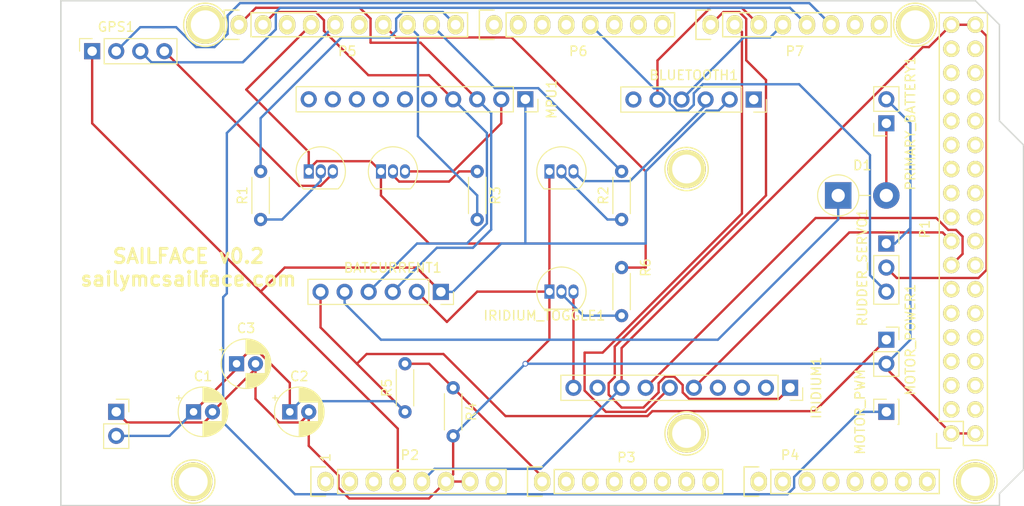
<source format=kicad_pcb>
(kicad_pcb (version 20211014) (generator pcbnew)
  (title_block (title "SAILFACE") (date "mar. 31 mars 2015") (rev "v0.2"))
  (layers (0 "F.Cu" signal) (31 "B.Cu" signal) (34 "B.Paste" user) (35 "F.Paste" user) (36 "B.SilkS" user "B.Silkscreen") (37 "F.SilkS" user "F.Silkscreen") (38 "B.Mask" user) (39 "F.Mask" user) (44 "Edge.Cuts" user))
  (net 0 "")
  (net 1 "GND")
  (net 2 "/52(SCK)")
  (net 3 "/53(SS)")
  (net 4 "/50(MISO)")
  (net 5 "/51(MOSI)")
  (net 6 "/48")
  (net 7 "/49")
  (net 8 "/46")
  (net 9 "/47")
  (net 10 "/44")
  (net 11 "/45")
  (net 12 "/42")
  (net 13 "/43")
  (net 14 "/41")
  (net 15 "/39")
  (net 16 "/36")
  (net 17 "/37")
  (net 18 "/34")
  (net 19 "/35")
  (net 20 "/32")
  (net 21 "/33")
  (net 22 "/30")
  (net 23 "/31")
  (net 24 "/28")
  (net 25 "/29")
  (net 26 "/26")
  (net 27 "/27")
  (net 28 "/24")
  (net 29 "/25")
  (net 30 "/22")
  (net 31 "/23")
  (net 32 "+5V")
  (net 33 "/IOREF")
  (net 34 "/Reset")
  (net 35 "/Vin")
  (net 36 "/A1")
  (net 37 "/A2")
  (net 38 "/A3")
  (net 39 "/A4")
  (net 40 "/A5")
  (net 41 "/A6")
  (net 42 "/A7")
  (net 43 "/A8")
  (net 44 "/A9")
  (net 45 "/A10")
  (net 46 "/A11")
  (net 47 "/A12")
  (net 48 "/A13")
  (net 49 "/A14")
  (net 50 "/A15")
  (net 51 "/SCL")
  (net 52 "/SDA")
  (net 53 "/AREF")
  (net 54 "/MOTOR_PWM")
  (net 55 "/12(**)")
  (net 57 "/7(**)")
  (net 58 "/6(**)")
  (net 59 "/5(**)")
  (net 60 "/4(**)")
  (net 61 "/2(**)")
  (net 62 "/20(SDA)")
  (net 63 "/21(SCL)")
  (net 64 "/GPS_ON")
  (net 71 "+3V3")
  (net 72 "/1(Tx0)")
  (net 73 "/0(Rx0)")
  (net 74 "Net-(GPS1-Pad4)")
  (net 75 "/BLUETOOTH_EN")
  (net 76 "/GPS_TX")
  (net 77 "/GPS_RX")
  (net 78 "/IRIDIUM_RXD")
  (net 82 "/IRIDIUM_RING")
  (net 83 "/IRIDIUM_TXD")
  (net 84 "/IRIDIUM_SLEEP")
  (net 85 "Net-(BLUETOOTH1-Pad3)")
  (net 86 "Net-(BLUETOOTH_TOGGLE1-Pad2)")
  (net 87 "Net-(GPS_TOGGLE1-Pad2)")
  (net 88 "/BLUETOOTH_ON")
  (net 89 "Net-(MPU1-Pad2)")
  (net 96 "Net-(MPU_TOGGLE1-Pad2)")
  (net 97 "/BAT_VOLTAGE_MONITOR")
  (net 98 "/MPU_ON")
  (net 99 "Net-(D1-Pad2)")
  (net 100 "+12V")
  (net 102 "/BLUETOOTH_TXD")
  (net 103 "/BATTERY_IN")
  (net 104 "/SERVO_PWM")
  (net 105 "/BLUETOOTH_RXD")
  (net 106 "/BLUETOOTH_STATE")
  (net 107 "Net-(IRIDIUM1-Pad10)")
  (net 108 "Net-(IRIDIUM_TOGGLE1-Pad2)")
  (net 109 "/IRIDIUM_ON")
  (footprint "Socket_Arduino_Mega:Socket_Strip_Arduino_2x18" (layer "F.Cu") (at 197.358 114.046 90)
    (fp_text reference "P1")
    (fp_text value "Digital")
  )
  (footprint "Socket_Arduino_Mega:Socket_Strip_Arduino_1x08" (layer "F.Cu") (at 131.318 119.126)
    (fp_text reference "P2")
    (fp_text value "Power")
  )
  (footprint "Socket_Arduino_Mega:Socket_Strip_Arduino_1x08" (layer "F.Cu") (at 154.178 119.126)
    (fp_text reference "P3")
    (fp_text value "Analog")
  )
  (footprint "Socket_Arduino_Mega:Socket_Strip_Arduino_1x08" (layer "F.Cu") (at 177.038 119.126)
    (fp_text reference "P4")
    (fp_text value "Analog")
  )
  (footprint "Socket_Arduino_Mega:Socket_Strip_Arduino_1x10" (layer "F.Cu") (at 122.174 70.866)
    (fp_text reference "P5")
    (fp_text value "PWM")
  )
  (footprint "Socket_Arduino_Mega:Socket_Strip_Arduino_1x08" (layer "F.Cu") (at 149.098 70.866)
    (fp_text reference "P6")
    (fp_text value "PWM")
  )
  (footprint "Socket_Arduino_Mega:Socket_Strip_Arduino_1x08" (layer "F.Cu") (at 171.958 70.866)
    (fp_text reference "P7")
    (fp_text value "Communication")
  )
  (footprint "Socket_Arduino_Mega:Arduino_1pin" (layer "F.Cu") (at 117.348 119.126)
    (fp_text reference "P8" hide)
    (fp_text value "CONN_01X01" hide)
  )
  (footprint "Socket_Arduino_Mega:Arduino_1pin" (layer "F.Cu") (at 169.418 114.046)
    (fp_text reference "P9" hide)
    (fp_text value "CONN_01X01" hide)
  )
  (footprint "Socket_Arduino_Mega:Arduino_1pin" (layer "F.Cu") (at 199.898 119.126)
    (fp_text reference "P10" hide)
    (fp_text value "CONN_01X01" hide)
  )
  (footprint "Socket_Arduino_Mega:Arduino_1pin" (layer "F.Cu") (at 118.618 70.866)
    (fp_text reference "P11" hide)
    (fp_text value "CONN_01X01" hide)
  )
  (footprint "Socket_Arduino_Mega:Arduino_1pin" (layer "F.Cu") (at 169.418 86.106)
    (fp_text reference "P12" hide)
    (fp_text value "CONN_01X01" hide)
  )
  (footprint "Socket_Arduino_Mega:Arduino_1pin" (layer "F.Cu") (at 193.548 70.866)
    (fp_text reference "P13" hide)
    (fp_text value "CONN_01X01" hide)
  )
  (footprint "Capacitor_THT:CP_Radial_D5.0mm_P2.00mm" (layer "F.Cu") (at 117.38 111.76)
    (fp_text reference "C1")
    (fp_text value "C")
  )
  (footprint "Connector_PinSocket_2.54mm:PinSocket_1x02_P2.54mm_Vertical" (layer "F.Cu") (at 109.22 111.76)
    (fp_text reference "ARDUINO_POWER1" hide)
    (fp_text value "ARDUINO_POWER")
  )
  (footprint "Package_TO_SOT_THT:TO-92_Inline" (layer "F.Cu") (at 137.16 86.36)
    (fp_text reference "MPU_TOGGLE1" hide)
    (fp_text value "2N3904" hide)
  )
  (footprint "Connector_PinSocket_2.54mm:PinSocket_1x03_P2.54mm_Vertical" (layer "F.Cu") (at 190.5 93.98)
    (fp_text reference "RUDDER_SERVO1")
    (fp_text value "RUDDER_SERVO" hide)
  )
  (footprint "Capacitor_THT:CP_Radial_D5.0mm_P2.00mm" (layer "F.Cu") (at 121.92 106.68)
    (fp_text reference "C3")
    (fp_text value "C")
  )
  (footprint "Connector_PinSocket_2.54mm:PinSocket_1x02_P2.54mm_Vertical" (layer "F.Cu") (at 190.5 81.28 180)
    (fp_text reference "PRIMARY_BATTERY1")
    (fp_text value "Battery" hide)
  )
  (footprint "Connector_PinSocket_2.54mm:PinSocket_1x01_P2.54mm_Vertical" (layer "F.Cu") (at 190.5 111.76 90)
    (fp_text reference "MOTOR_PWM")
    (fp_text value "MOTOR_PWM_PORT" hide)
  )
  (footprint "Connector_PinSocket_2.54mm:PinSocket_1x02_P2.54mm_Vertical" (layer "F.Cu") (at 190.5 104.14)
    (fp_text reference "MOTOR_POWER1")
    (fp_text value "MOTOR_POWER" hide)
  )
  (footprint "Connector_PinSocket_2.54mm:PinSocket_1x10_P2.54mm_Vertical" (layer "F.Cu") (at 152.4 78.74 -90)
    (fp_text reference "MPU1")
    (fp_text value "MPU" hide)
  )
  (footprint "Resistor_THT:R_Axial_DIN0204_L3.6mm_D1.6mm_P5.08mm_Horizontal" (layer "F.Cu") (at 139.7 111.76 90)
    (fp_text reference "R5")
    (fp_text value "4.7K")
  )
  (footprint "Diode_THT:D_5W_P5.08mm_Vertical_AnodeUp" (layer "F.Cu") (at 185.42 88.9)
    (fp_text reference "D1")
    (fp_text value "D_Schottky")
  )
  (footprint "Capacitor_THT:CP_Radial_D5.0mm_P2.00mm" (layer "F.Cu") (at 127.54 111.76)
    (fp_text reference "C2")
    (fp_text value "C")
  )
  (footprint "Connector_PinSocket_2.54mm:PinSocket_1x06_P2.54mm_Vertical" (layer "F.Cu") (at 176.505 78.765 -90)
    (fp_text reference "BLUETOOTH1")
    (fp_text value "BLUETOOTH" hide)
  )
  (footprint "Package_TO_SOT_THT:TO-92_Inline" (layer "F.Cu") (at 129.54 86.36)
    (fp_text reference "GPS_TOGGLE1" hide)
    (fp_text value "2N3904" hide)
  )
  (footprint "Resistor_THT:R_Axial_DIN0204_L3.6mm_D1.6mm_P5.08mm_Horizontal" (layer "F.Cu") (at 162.56 101.6 90)
    (fp_text reference "R6")
    (fp_text value "1K")
  )
  (footprint "Connector_PinSocket_2.54mm:PinSocket_1x10_P2.54mm_Vertical" (layer "F.Cu") (at 180.34 109.22 -90)
    (fp_text reference "IRIDIUM1")
    (fp_text value "IRIDIUM" hide)
  )
  (footprint "Connector_PinSocket_2.54mm:PinSocket_1x06_P2.54mm_Vertical" (layer "F.Cu") (at 143.485 99.085 -90)
    (fp_text reference "BATCURRENT1")
    (fp_text value "BAT_CURRENT_SENSOR" hide)
  )
  (footprint "Resistor_THT:R_Axial_DIN0204_L3.6mm_D1.6mm_P5.08mm_Horizontal" (layer "F.Cu") (at 124.46 91.44 90)
    (fp_text reference "R1")
    (fp_text value "1K")
  )
  (footprint "Resistor_THT:R_Axial_DIN0204_L3.6mm_D1.6mm_P5.08mm_Horizontal" (layer "F.Cu") (at 144.78 109.22 -90)
    (fp_text reference "R4")
    (fp_text value "1K")
  )
  (footprint "Connector_PinSocket_2.54mm:PinSocket_1x04_P2.54mm_Vertical" (layer "F.Cu") (at 106.68 73.66 90)
    (fp_text reference "GPS1")
    (fp_text value "GPS" hide)
  )
  (footprint "Package_TO_SOT_THT:TO-92_Inline" (layer "F.Cu") (at 154.94 86.36)
    (fp_text reference "BLUETOOTH_TOGGLE1" hide)
    (fp_text value "2N3904" hide)
  )
  (footprint "Resistor_THT:R_Axial_DIN0204_L3.6mm_D1.6mm_P5.08mm_Horizontal" (layer "F.Cu") (at 147.32 86.36 -90)
    (fp_text reference "R3")
    (fp_text value "1K")
  )
  (footprint "Package_TO_SOT_THT:TO-92_Inline" (layer "F.Cu") (at 154.94 99.06)
    (fp_text reference "IRIDIUM_TOGGLE1")
    (fp_text value "2N3904" hide)
  )
  (footprint "Resistor_THT:R_Axial_DIN0204_L3.6mm_D1.6mm_P5.08mm_Horizontal" (layer "F.Cu") (at 162.56 91.44 90)
    (fp_text reference "R2")
    (fp_text value "1K")
  )
  (gr_line (start 202.438 81.026) (end 204.978 83.566) (layer "Edge.Cuts") (width 0.15))
  (gr_line (start 103.378 121.666) (end 103.378 68.326) (layer "Edge.Cuts") (width 0.15))
  (gr_line (start 204.978 83.566) (end 204.978 117.856) (layer "Edge.Cuts") (width 0.15))
  (gr_line (start 202.438 121.666) (end 103.378 121.666) (layer "Edge.Cuts") (width 0.15))
  (gr_line (start 103.378 68.326) (end 199.898 68.326) (layer "Edge.Cuts") (width 0.15))
  (gr_line (start 204.978 117.856) (end 202.438 120.396) (layer "Edge.Cuts") (width 0.15))
  (gr_line (start 199.898 68.326) (end 202.438 70.866) (layer "Edge.Cuts") (width 0.15))
  (gr_line (start 202.438 70.866) (end 202.438 81.026) (layer "Edge.Cuts") (width 0.15))
  (gr_line (start 202.438 120.396) (end 202.438 121.666) (layer "Edge.Cuts") (width 0.15))
  (gr_text "1" (at 131.318 116.586 90) (layer "F.SilkS") (effects (font (size 1 1))))
  (gr_text "SAILFACE v0.2\nsailymcsailface.com" (at 116.84 96.52) (layer "F.SilkS") (effects (font (size 1.5 1.5) (thickness 0.3))))
  (segment (start 129.54 115.351585) (end 132.66988 118.481465) (width 0.25) (layer "F.Cu") (net 1))
  (segment (start 142.24 93.98) (end 137.16 88.9) (width 0.25) (layer "F.Cu") (net 1))
  (segment (start 129.54 111.76) (end 129.54 115.351585) (width 0.25) (layer "F.Cu") (net 1))
  (segment (start 144.78 118.364) (end 144.018 119.126) (width 0.25) (layer "F.Cu") (net 1))
  (segment (start 119.38 111.76) (end 123.92 107.22) (width 0.25) (layer "F.Cu") (net 1))
  (segment (start 140.945 99.085) (end 144.12 102.26) (width 0.25) (layer "F.Cu") (net 1))
  (segment (start 190.5 107.188) (end 190.5 106.68) (width 0.25) (layer "F.Cu") (net 1))
  (segment (start 128.664511 112.884511) (end 129.54 112.009022) (width 0.25) (layer "F.Cu") (net 1))
  (segment (start 144.018 119.126) (end 146.558 119.126) (width 0.25) (layer "F.Cu") (net 1))
  (segment (start 154.94 104.14) (end 154.94 99.06) (width 0.25) (layer "F.Cu") (net 1))
  (segment (start 119.38 112.009022) (end 119.38 111.76) (width 0.25) (layer "F.Cu") (net 1))
  (segment (start 133.815385 120.91604) (end 142.22796 120.91604) (width 0.25) (layer "F.Cu") (net 1))
  (segment (start 123.92 106.68) (end 123.92 110.389022) (width 0.25) (layer "F.Cu") (net 1))
  (segment (start 110.344511 112.884511) (end 118.504511 112.884511) (width 0.25) (layer "F.Cu") (net 1))
  (segment (start 129.54 86.135) (end 130.38952 85.28548) (width 0.25) (layer "F.Cu") (net 1))
  (segment (start 122.944511 77.715489) (end 129.794 70.866) (width 0.25) (layer "F.Cu") (net 1))
  (segment (start 137.16 88.9) (end 137.16 86.36) (width 0.25) (layer "F.Cu") (net 1))
  (segment (start 199.898 114.046) (end 197.358 114.046) (width 0.25) (layer "F.Cu") (net 1))
  (segment (start 118.504511 112.884511) (end 119.38 112.009022) (width 0.25) (layer "F.Cu") (net 1))
  (segment (start 129.54 84.310978) (end 129.54 86.36) (width 0.25) (layer "F.Cu") (net 1))
  (segment (start 122.944511 77.715489) (end 129.54 84.310978) (width 0.25) (layer "F.Cu") (net 1))
  (segment (start 129.54 86.36) (end 129.54 86.135) (width 0.25) (layer "F.Cu") (net 1))
  (segment (start 129.54 112.009022) (end 129.54 111.76) (width 0.25) (layer "F.Cu") (net 1))
  (segment (start 123.92 107.22) (end 123.92 106.68) (width 0.25) (layer "F.Cu") (net 1))
  (segment (start 144.78 114.3) (end 144.78 118.364) (width 0.25) (layer "F.Cu") (net 1))
  (segment (start 132.66988 119.770535) (end 133.815385 120.91604) (width 0.25) (layer "F.Cu") (net 1))
  (segment (start 126.415489 112.884511) (end 128.664511 112.884511) (width 0.25) (layer "F.Cu") (net 1))
  (segment (start 152.4 106.68) (end 154.94 104.14) (width 0.25) (layer "F.Cu") (net 1))
  (segment (start 130.38952 85.28548) (end 136.08548 85.28548) (width 0.25) (layer "F.Cu") (net 1))
  (segment (start 197.358 114.046) (end 190.5 107.188) (width 0.25) (layer "F.Cu") (net 1))
  (segment (start 132.66988 118.481465) (end 132.66988 119.770535) (width 0.25) (layer "F.Cu") (net 1))
  (segment (start 154.94 86.36) (end 154.94 93.98) (width 0.25) (layer "F.Cu") (net 1))
  (segment (start 142.22796 120.91604) (end 144.018 119.126) (width 0.25) (layer "F.Cu") (net 1))
  (segment (start 144.12 102.26) (end 147.32 99.06) (width 0.25) (layer "F.Cu") (net 1))
  (segment (start 154.94 93.98) (end 142.24 93.98) (width 0.25) (layer "F.Cu") (net 1))
  (segment (start 109.22 111.76) (end 110.344511 112.884511) (width 0.25) (layer "F.Cu") (net 1))
  (segment (start 154.94 93.98) (end 154.94 99.06) (width 0.25) (layer "F.Cu") (net 1))
  (segment (start 136.08548 85.28548) (end 137.16 86.36) (width 0.25) (layer "F.Cu") (net 1))
  (segment (start 123.92 110.389022) (end 126.415489 112.884511) (width 0.25) (layer "F.Cu") (net 1))
  (segment (start 147.32 99.06) (end 154.94 99.06) (width 0.25) (layer "F.Cu") (net 1))
  (via (at 152.4 106.68) (size 0.6) (drill 0.4) (layers "F.Cu" "B.Cu") (net 1))
  (segment (start 191.409022 93.98) (end 190.5 93.98) (width 0.25) (layer "B.Cu") (net 1))
  (segment (start 192.224511 93.164511) (end 191.409022 93.98) (width 0.25) (layer "B.Cu") (net 1))
  (segment (start 144.78 114.3) (end 152.4 106.68) (width 0.25) (layer "B.Cu") (net 1))
  (segment (start 190.5 106.68) (end 193.04 104.14) (width 0.25) (layer "B.Cu") (net 1))
  (segment (start 193.04 81.28) (end 190.5 78.74) (width 0.25) (layer "B.Cu") (net 1))
  (segment (start 193.04 104.14) (end 193.04 91.44) (width 0.25) (layer "B.Cu") (net 1))
  (segment (start 192.224511 93.164511) (end 193.04 92.349022) (width 0.25) (layer "B.Cu") (net 1))
  (segment (start 152.4 106.68) (end 190.5 106.68) (width 0.25) (layer "B.Cu") (net 1))
  (segment (start 193.04 92.349022) (end 193.04 81.28) (width 0.25) (layer "B.Cu") (net 1))
  (segment (start 197.358 70.866) (end 195.001489 73.222511) (width 0.25) (layer "F.Cu") (net 32))
  (segment (start 194.356479 73.222511) (end 162.56 105.01899) (width 0.25) (layer "F.Cu") (net 32))
  (segment (start 201.086111 72.054111) (end 199.898 70.866) (width 0.25) (layer "F.Cu") (net 32))
  (segment (start 162.56 105.01899) (end 162.56 109.22) (width 0.25) (layer "F.Cu") (net 32))
  (segment (start 191.597889 97.617889) (end 200.226355 97.617889) (width 0.25) (layer "F.Cu") (net 32))
  (segment (start 190.5 96.52) (end 191.597889 97.617889) (width 0.25) (layer "F.Cu") (net 32))
  (segment (start 200.226355 97.617889) (end 201.086111 96.758133) (width 0.25) (layer "F.Cu") (net 32))
  (segment (start 195.001489 73.222511) (end 194.356479 73.222511) (width 0.25) (layer "F.Cu") (net 32))
  (segment (start 197.358 70.866) (end 199.898 70.866) (width 0.25) (layer "F.Cu") (net 32))
  (segment (start 201.086111 96.758133) (end 201.086111 72.054111) (width 0.25) (layer "F.Cu") (net 32))
  (segment (start 153.99452 117.78548) (end 142.81852 117.78548) (width 0.25) (layer "B.Cu") (net 32))
  (segment (start 162.56 109.22) (end 153.99452 117.78548) (width 0.25) (layer "B.Cu") (net 32))
  (segment (start 142.81852 117.78548) (end 141.478 119.126) (width 0.25) (layer "B.Cu") (net 32))
  (segment (start 122.174 70.866) (end 123.96404 69.07596) (width 0.25) (layer "F.Cu") (net 51))
  (segment (start 134.916615 69.07596) (end 136.06212 70.221465) (width 0.25) (layer "F.Cu") (net 51))
  (segment (start 136.06212 70.221465) (end 136.06212 72.761465) (width 0.25) (layer "F.Cu") (net 51))
  (segment (start 136.06212 72.761465) (end 141.341465 72.761465) (width 0.25) (layer "F.Cu") (net 51))
  (segment (start 123.96404 69.07596) (end 134.916615 69.07596) (width 0.25) (layer "F.Cu") (net 51))
  (segment (start 141.341465 72.761465) (end 147.32 78.74) (width 0.25) (layer "F.Cu") (net 51))
  (segment (start 146.87048 94.42952) (end 148.794031 92.505969) (width 0.25) (layer "B.Cu") (net 51))
  (segment (start 138.405 99.085) (end 143.06048 94.42952) (width 0.25) (layer "B.Cu") (net 51))
  (segment (start 148.794031 92.505969) (end 148.794031 80.214031) (width 0.25) (layer "B.Cu") (net 51))
  (segment (start 148.794031 80.214031) (end 147.32 78.74) (width 0.25) (layer "B.Cu") (net 51))
  (segment (start 143.06048 94.42952) (end 146.87048 94.42952) (width 0.25) (layer "B.Cu") (net 51))
  (segment (start 130.286135 69.52548) (end 131.14588 70.385225) (width 0.25) (layer "F.Cu") (net 52))
  (segment (start 126.05452 69.52548) (end 130.286135 69.52548) (width 0.25) (layer "F.Cu") (net 52))
  (segment (start 131.14588 71.510535) (end 135.835345 76.2) (width 0.25) (layer "F.Cu") (net 52))
  (segment (start 124.714 70.866) (end 126.05452 69.52548) (width 0.25) (layer "F.Cu") (net 52))
  (segment (start 135.835345 76.2) (end 142.24 76.2) (width 0.25) (layer "F.Cu") (net 52))
  (segment (start 142.24 76.2) (end 144.78 78.74) (width 0.25) (layer "F.Cu") (net 52))
  (segment (start 131.14588 70.385225) (end 131.14588 71.510535) (width 0.25) (layer "F.Cu") (net 52))
  (segment (start 146.228878 93.98) (end 140.97 93.98) (width 0.25) (layer "B.Cu") (net 52))
  (segment (start 140.97 93.98) (end 135.865 99.085) (width 0.25) (layer "B.Cu") (net 52))
  (segment (start 148.344511 91.864367) (end 146.228878 93.98) (width 0.25) (layer "B.Cu") (net 52))
  (segment (start 144.78 78.74) (end 148.344511 82.304511) (width 0.25) (layer "B.Cu") (net 52))
  (segment (start 148.344511 82.304511) (end 148.344511 91.864367) (width 0.25) (layer "B.Cu") (net 52))
  (segment (start 180.070136 120.46652) (end 180.76612 119.770535) (width 0.25) (layer "B.Cu") (net 54))
  (segment (start 180.76612 118.645225) (end 187.651345 111.76) (width 0.25) (layer "B.Cu") (net 54))
  (segment (start 120.504511 99.641812) (end 120.504511 112.884511) (width 0.25) (layer "B.Cu") (net 54))
  (segment (start 187.651345 111.76) (end 190.5 111.76) (width 0.25) (layer "B.Cu") (net 54))
  (segment (start 180.76612 119.770535) (end 180.76612 118.645225) (width 0.25) (layer "B.Cu") (net 54))
  (segment (start 120.895489 82.304511) (end 120.895489 99.250834) (width 0.25) (layer "B.Cu") (net 54))
  (segment (start 132.334 70.866) (end 120.895489 82.304511) (width 0.25) (layer "B.Cu") (net 54))
  (segment (start 120.504511 112.884511) (end 128.08652 120.46652) (width 0.25) (layer "B.Cu") (net 54))
  (segment (start 120.895489 99.250834) (end 120.504511 99.641812) (width 0.25) (layer "B.Cu") (net 54))
  (segment (start 128.08652 120.46652) (end 180.070136 120.46652) (width 0.25) (layer "B.Cu") (net 54))
  (segment (start 124.46 86.36) (end 124.46 80.736415) (width 0.25) (layer "B.Cu") (net 64))
  (segment (start 138.069895 72.20652) (end 138.76588 71.510535) (width 0.25) (layer "B.Cu") (net 64))
  (segment (start 139.461865 69.52548) (end 143.69348 69.52548) (width 0.25) (layer "B.Cu") (net 64))
  (segment (start 132.989895 72.20652) (end 138.069895 72.20652) (width 0.25) (layer "B.Cu") (net 64))
  (segment (start 138.76588 70.221465) (end 139.461865 69.52548) (width 0.25) (layer "B.Cu") (net 64))
  (segment (start 138.76588 71.510535) (end 138.76588 70.221465) (width 0.25) (layer "B.Cu") (net 64))
  (segment (start 124.46 80.736415) (end 132.989895 72.20652) (width 0.25) (layer "B.Cu") (net 64))
  (segment (start 143.69348 69.52548) (end 145.034 70.866) (width 0.25) (layer "B.Cu") (net 64))
  (segment (start 143.485 99.085) (end 140.92 96.52) (width 0.25) (layer "F.Cu") (net 71))
  (segment (start 140.92 96.52) (end 127 96.52) (width 0.25) (layer "F.Cu") (net 71))
  (segment (start 138.938 119.126) (end 138.938 113.538) (width 0.25) (layer "F.Cu") (net 71))
  (segment (start 106.68 81.28) (end 106.68 73.66) (width 0.25) (layer "F.Cu") (net 71))
  (segment (start 127 96.52) (end 124.46 99.06) (width 0.25) (layer "F.Cu") (net 71))
  (segment (start 124.46 99.06) (end 129.54 104.14) (width 0.25) (layer "F.Cu") (net 71))
  (segment (start 138.938 113.538) (end 129.54 104.14) (width 0.25) (layer "F.Cu") (net 71))
  (segment (start 124.46 99.06) (end 106.68 81.28) (width 0.25) (layer "F.Cu") (net 71))
  (segment (start 143.485 99.085) (end 144.755 99.085) (width 0.25) (layer "B.Cu") (net 71))
  (segment (start 144.755 99.085) (end 149.86 93.98) (width 0.25) (layer "B.Cu") (net 71))
  (segment (start 173.965 78.765) (end 172.790489 79.939511) (width 0.25) (layer "B.Cu") (net 71))
  (segment (start 171.520489 79.939511) (end 165.1 86.36) (width 0.25) (layer "B.Cu") (net 71))
  (segment (start 165.1 86.36) (end 165.1 93.98) (width 0.25) (layer "B.Cu") (net 71))
  (segment (start 172.790489 79.939511) (end 171.520489 79.939511) (width 0.25) (layer "B.Cu") (net 71))
  (segment (start 165.1 93.98) (end 152.4 93.98) (width 0.25) (layer "B.Cu") (net 71))
  (segment (start 152.4 78.74) (end 152.4 93.98) (width 0.25) (layer "B.Cu") (net 71))
  (segment (start 152.4 93.98) (end 149.86 93.98) (width 0.25) (layer "B.Cu") (net 71))
  (segment (start 132.08 86.36) (end 132.08 86.585) (width 0.25) (layer "F.Cu") (net 74))
  (segment (start 132.08 86.585) (end 130.780969 87.884031) (width 0.25) (layer "F.Cu") (net 74))
  (segment (start 130.780969 87.884031) (end 128.524031 87.884031) (width 0.25) (layer "F.Cu") (net 74))
  (segment (start 128.524031 87.884031) (end 114.3 73.66) (width 0.25) (layer "F.Cu") (net 74))
  (segment (start 120.974511 69.8899) (end 120.974511 71.8421) (width 0.25) (layer "B.Cu") (net 76))
  (segment (start 120.974511 71.8421) (end 119.5941 73.222511) (width 0.25) (layer "B.Cu") (net 76))
  (segment (start 182.372 68.58) (end 122.284411 68.58) (width 0.25) (layer "B.Cu") (net 76))
  (segment (start 109.22 73.66) (end 111.76 71.12) (width 0.25) (layer "B.Cu") (net 76))
  (segment (start 111.76 71.12) (end 114.3 71.12) (width 0.25) (layer "B.Cu") (net 76))
  (segment (start 184.658 70.866) (end 182.372 68.58) (width 0.25) (layer "B.Cu") (net 76))
  (segment (start 122.284411 68.58) (end 120.974511 69.8899) (width 0.25) (layer "B.Cu") (net 76))
  (segment (start 117.6419 73.222511) (end 115.539389 71.12) (width 0.25) (layer "B.Cu") (net 76))
  (segment (start 119.5941 73.222511) (end 117.6419 73.222511) (width 0.25) (layer "B.Cu") (net 76))
  (segment (start 115.539389 71.12) (end 113.015 71.12) (width 0.25) (layer "B.Cu") (net 76))
  (segment (start 126.06588 71.346775) (end 126.06588 69.51412) (width 0.25) (layer "B.Cu") (net 77))
  (segment (start 126.50404 69.07596) (end 180.32796 69.07596) (width 0.25) (layer "B.Cu") (net 77))
  (segment (start 126.06588 69.51412) (end 126.50404 69.07596) (width 0.25) (layer "B.Cu") (net 77))
  (segment (start 122.578145 74.834511) (end 122.836328 74.576328) (width 0.25) (layer "B.Cu") (net 77))
  (segment (start 180.32796 69.07596) (end 182.118 70.866) (width 0.25) (layer "B.Cu") (net 77))
  (segment (start 126.06588 71.346775) (end 122.836328 74.576328) (width 0.25) (layer "B.Cu") (net 77))
  (segment (start 122.836328 74.576328) (end 122.603144 74.809511) (width 0.25) (layer "B.Cu") (net 77))
  (segment (start 111.76 73.66) (end 112.934511 74.834511) (width 0.25) (layer "B.Cu") (net 77))
  (segment (start 112.934511 74.834511) (end 122.578145 74.834511) (width 0.25) (layer "B.Cu") (net 77))
  (segment (start 174.990135 69.52548) (end 175.70952 70.244865) (width 0.25) (layer "F.Cu") (net 78))
  (segment (start 161.194511 108.733501) (end 161.194511 109.944991) (width 0.25) (layer "F.Cu") (net 78))
  (segment (start 166.465489 109.706499) (end 166.465489 108.733501) (width 0.25) (layer "F.Cu") (net 78))
  (segment (start 161.835009 108.093003) (end 161.194511 108.733501) (width 0.25) (layer "F.Cu") (net 78))
  (segment (start 169.005489 109.706499) (end 169.693501 110.394511) (width 0.25) (layer "F.Cu") (net 78))
  (segment (start 161.194511 109.944991) (end 162.56 111.31048) (width 0.25) (layer "F.Cu") (net 78))
  (segment (start 177.8 76.708) (end 177.8 88.9) (width 0.25) (layer "F.Cu") (net 78))
  (segment (start 169.005489 108.924479) (end 169.005489 109.706499) (width 0.25) (layer "F.Cu") (net 78))
  (segment (start 168.126499 108.045489) (end 169.005489 108.924479) (width 0.25) (layer "F.Cu") (net 78))
  (segment (start 167.153501 108.045489) (end 168.126499 108.045489) (width 0.25) (layer "F.Cu") (net 78))
  (segment (start 162.56 111.31048) (end 164.861508 111.31048) (width 0.25) (layer "F.Cu") (net 78))
  (segment (start 173.29852 69.52548) (end 174.990135 69.52548) (width 0.25) (layer "F.Cu") (net 78))
  (segment (start 166.465489 108.733501) (end 167.153501 108.045489) (width 0.25) (layer "F.Cu") (net 78))
  (segment (start 164.861508 111.31048) (end 166.465489 109.706499) (width 0.25) (layer "F.Cu") (net 78))
  (segment (start 171.958 70.866) (end 173.29852 69.52548) (width 0.25) (layer "F.Cu") (net 78))
  (segment (start 179.165489 110.394511) (end 180.34 109.22) (width 0.25) (layer "F.Cu") (net 78))
  (segment (start 177.8 88.9) (end 161.835009 104.864991) (width 0.25) (layer "F.Cu") (net 78))
  (segment (start 161.835009 104.864991) (end 161.835009 108.093003) (width 0.25) (layer "F.Cu") (net 78))
  (segment (start 169.693501 110.394511) (end 179.165489 110.394511) (width 0.25) (layer "F.Cu") (net 78))
  (segment (start 175.70952 70.244865) (end 175.70952 74.61752) (width 0.25) (layer "F.Cu") (net 78))
  (segment (start 175.70952 74.61752) (end 177.8 76.708) (width 0.25) (layer "F.Cu") (net 78))
  (segment (start 186.594511 92.805489) (end 170.18 109.22) (width 0.25) (layer "F.Cu") (net 82))
  (segment (start 197.358 93.726) (end 196.437489 92.805489) (width 0.25) (layer "F.Cu") (net 82))
  (segment (start 196.437489 92.805489) (end 186.594511 92.805489) (width 0.25) (layer "F.Cu") (net 82))
  (segment (start 158.654511 109.515521) (end 158.654511 105.505489) (width 0.25) (layer "F.Cu") (net 83))
  (segment (start 160.558793 105.505489) (end 175.26 90.804282) (width 0.25) (layer "F.Cu") (net 83))
  (segment (start 175.26 71.628) (end 174.498 70.866) (width 0.25) (layer "F.Cu") (net 83))
  (segment (start 167.64 109.22) (end 165.1 111.76) (width 0.25) (layer "F.Cu") (net 83))
  (segment (start 175.26 90.804282) (end 175.26 71.628) (width 0.25) (layer "F.Cu") (net 83))
  (segment (start 165.1 111.76) (end 160.89899 111.76) (width 0.25) (layer "F.Cu") (net 83))
  (segment (start 160.89899 111.76) (end 158.654511 109.515521) (width 0.25) (layer "F.Cu") (net 83))
  (segment (start 158.654511 105.505489) (end 160.558793 105.505489) (width 0.25) (layer "F.Cu") (net 83))
  (segment (start 197.029645 92.537889) (end 197.850133 92.537889) (width 0.25) (layer "F.Cu") (net 84))
  (segment (start 198.546111 95.077889) (end 197.358 96.266) (width 0.25) (layer "F.Cu") (net 84))
  (segment (start 197.850133 92.537889) (end 198.546111 93.233867) (width 0.25) (layer "F.Cu") (net 84))
  (segment (start 195.775512 91.283756) (end 197.029645 92.537889) (width 0.25) (layer "F.Cu") (net 84))
  (segment (start 165.1 109.22) (end 183.036244 91.283756) (width 0.25) (layer "F.Cu") (net 84))
  (segment (start 198.546111 93.233867) (end 198.546111 95.077889) (width 0.25) (layer "F.Cu") (net 84))
  (segment (start 183.036244 91.283756) (end 195.775512 91.283756) (width 0.25) (layer "F.Cu") (net 84))
  (segment (start 158.504511 87.384511) (end 163.439772 87.384511) (width 0.25) (layer "B.Cu") (net 85))
  (segment (start 157.48 86.36) (end 158.504511 87.384511) (width 0.25) (layer "B.Cu") (net 85))
  (segment (start 171.425 79.399283) (end 171.425 78.765) (width 0.25) (layer "B.Cu") (net 85))
  (segment (start 163.439772 87.384511) (end 171.425 79.399283) (width 0.25) (layer "B.Cu") (net 85))
  (segment (start 156.21 86.585) (end 161.065 91.44) (width 0.25) (layer "B.Cu") (net 86))
  (segment (start 156.21 86.36) (end 156.21 86.585) (width 0.25) (layer "B.Cu") (net 86))
  (segment (start 161.065 91.44) (end 162.56 91.44) (width 0.25) (layer "B.Cu") (net 86))
  (segment (start 130.81 87.36) (end 130.81 86.36) (width 0.25) (layer "B.Cu") (net 87))
  (segment (start 124.46 91.44) (end 126.73 91.44) (width 0.25) (layer "B.Cu") (net 87))
  (segment (start 126.73 91.44) (end 130.81 87.36) (width 0.25) (layer "B.Cu") (net 87))
  (segment (start 149.193489 77.565489) (end 153.765489 77.565489) (width 0.25) (layer "B.Cu") (net 88))
  (segment (start 142.494 70.866) (end 149.193489 77.565489) (width 0.25) (layer "B.Cu") (net 88))
  (segment (start 153.765489 77.565489) (end 162.56 86.36) (width 0.25) (layer "B.Cu") (net 88))
  (segment (start 149.86 81.28) (end 149.86 78.74) (width 0.25) (layer "F.Cu") (net 89))
  (segment (start 144.78 86.36) (end 149.86 81.28) (width 0.25) (layer "F.Cu") (net 89))
  (segment (start 139.7 86.36) (end 144.78 86.36) (width 0.25) (layer "F.Cu") (net 89))
  (segment (start 147.32 86.36) (end 145.415718 86.36) (width 0.25) (layer "F.Cu") (net 96))
  (segment (start 144.341198 87.43452) (end 139.084031 87.43452) (width 0.25) (layer "F.Cu") (net 96))
  (segment (start 138.43 86.780489) (end 138.43 86.36) (width 0.25) (layer "F.Cu") (net 96))
  (segment (start 139.084031 87.43452) (end 138.43 86.780489) (width 0.25) (layer "F.Cu") (net 96))
  (segment (start 145.415718 86.36) (end 144.341198 87.43452) (width 0.25) (layer "F.Cu") (net 96))
  (segment (start 142.24 106.68) (end 144.78 109.22) (width 0.25) (layer "F.Cu") (net 97))
  (segment (start 139.7 106.68) (end 142.24 106.68) (width 0.25) (layer "F.Cu") (net 97))
  (segment (start 154.178 119.126) (end 154.178 118.618) (width 0.25) (layer "F.Cu") (net 97))
  (segment (start 154.178 118.618) (end 144.78 109.22) (width 0.25) (layer "F.Cu") (net 97))
  (segment (start 147.32 88.9) (end 147.32 91.44) (width 0.25) (layer "B.Cu") (net 98))
  (segment (start 139.954 70.866) (end 141.065489 71.977489) (width 0.25) (layer "B.Cu") (net 98))
  (segment (start 141.065489 82.645489) (end 147.32 88.9) (width 0.25) (layer "B.Cu") (net 98))
  (segment (start 141.065489 71.977489) (end 141.065489 82.645489) (width 0.25) (layer "B.Cu") (net 98))
  (segment (start 190.5 81.28) (end 190.5 88.9) (width 0.25) (layer "F.Cu") (net 99))
  (segment (start 150.30952 112.20952) (end 165.286198 112.20952) (width 0.25) (layer "F.Cu") (net 100))
  (segment (start 130.785 102.845) (end 130.785 99.085) (width 0.25) (layer "F.Cu") (net 100))
  (segment (start 124.385789 105.555489) (end 127.54 108.7097) (width 0.25) (layer "F.Cu") (net 100))
  (segment (start 150.30952 112.20952) (end 143.755489 105.655489) (width 0.25) (layer "F.Cu") (net 100))
  (segment (start 165.286198 112.20952) (end 165.806229 111.689489) (width 0.25) (layer "F.Cu") (net 100))
  (segment (start 143.755489 105.655489) (end 135.644511 105.655489) (width 0.25) (layer "F.Cu") (net 100))
  (segment (start 123.044511 105.555489) (end 124.385789 105.555489) (width 0.25) (layer "F.Cu") (net 100))
  (segment (start 135.644511 105.655489) (end 134.62 106.68) (width 0.25) (layer "F.Cu") (net 100))
  (segment (start 121.92 107.22) (end 121.92 106.68) (width 0.25) (layer "F.Cu") (net 100))
  (segment (start 182.950511 111.689489) (end 190.5 104.14) (width 0.25) (layer "F.Cu") (net 100))
  (segment (start 121.92 106.68) (end 123.044511 105.555489) (width 0.25) (layer "F.Cu") (net 100))
  (segment (start 117.38 111.76) (end 121.92 107.22) (width 0.25) (layer "F.Cu") (net 100))
  (segment (start 165.806229 111.689489) (end 182.950511 111.689489) (width 0.25) (layer "F.Cu") (net 100))
  (segment (start 127.54 108.7097) (end 127.54 111.76) (width 0.25) (layer "F.Cu") (net 100))
  (segment (start 139.7 111.76) (end 130.785 102.845) (width 0.25) (layer "F.Cu") (net 100))
  (segment (start 139.7 111.76) (end 138.575489 110.635489) (width 0.25) (layer "B.Cu") (net 100))
  (segment (start 114.84 114.3) (end 117.38 111.76) (width 0.25) (layer "B.Cu") (net 100))
  (segment (start 128.664511 110.635489) (end 127.54 111.76) (width 0.25) (layer "B.Cu") (net 100))
  (segment (start 109.22 114.3) (end 114.84 114.3) (width 0.25) (layer "B.Cu") (net 100))
  (segment (start 138.575489 110.635489) (end 128.664511 110.635489) (width 0.25) (layer "B.Cu") (net 100))
  (segment (start 168.885 78.765) (end 175.44348 72.20652) (width 0.25) (layer "B.Cu") (net 102))
  (segment (start 175.44348 72.20652) (end 178.23748 72.20652) (width 0.25) (layer "B.Cu") (net 102))
  (segment (start 178.23748 72.20652) (end 179.578 70.866) (width 0.25) (layer "B.Cu") (net 102))
  (segment (start 185.42 91.44) (end 172.72 104.14) (width 0.25) (layer "B.Cu") (net 103))
  (segment (start 134.62 101.6) (end 133.325 100.305) (width 0.25) (layer "B.Cu") (net 103))
  (segment (start 133.325 100.305) (end 133.325 99.085) (width 0.25) (layer "B.Cu") (net 103))
  (segment (start 137.16 104.14) (end 134.62 101.6) (width 0.25) (layer "B.Cu") (net 103))
  (segment (start 157.48 104.14) (end 137.16 104.14) (width 0.25) (layer "B.Cu") (net 103))
  (segment (start 185.42 88.9) (end 185.42 91.44) (width 0.25) (layer "B.Cu") (net 103))
  (segment (start 172.72 104.14) (end 157.48 104.14) (width 0.25) (layer "B.Cu") (net 103))
  (segment (start 171.132859 77.152859) (end 181.292859 77.152859) (width 0.25) (layer "B.Cu") (net 104))
  (segment (start 165.982489 77.590489) (end 166.831499 77.590489) (width 0.25) (layer "B.Cu") (net 104))
  (segment (start 167.64 79.18101) (end 168.398501 79.939511) (width 0.25) (layer "B.Cu") (net 104))
  (segment (start 188.775489 84.635489) (end 188.775489 97.335489) (width 0.25) (layer "B.Cu") (net 104))
  (segment (start 170.18 79.321988) (end 170.18 78.105718) (width 0.25) (layer "B.Cu") (net 104))
  (segment (start 159.258 70.866) (end 165.982489 77.590489) (width 0.25) (layer "B.Cu") (net 104))
  (segment (start 181.292859 77.152859) (end 188.775489 84.635489) (width 0.25) (layer "B.Cu") (net 104))
  (segment (start 166.831499 77.590489) (end 167.64 78.39899) (width 0.25) (layer "B.Cu") (net 104))
  (segment (start 170.18 78.105718) (end 171.132859 77.152859) (width 0.25) (layer "B.Cu") (net 104))
  (segment (start 169.562477 79.939511) (end 170.18 79.321988) (width 0.25) (layer "B.Cu") (net 104))
  (segment (start 167.64 78.39899) (end 167.64 79.18101) (width 0.25) (layer "B.Cu") (net 104))
  (segment (start 188.775489 97.335489) (end 190.5 99.06) (width 0.25) (layer "B.Cu") (net 104))
  (segment (start 168.398501 79.939511) (end 169.562477 79.939511) (width 0.25) (layer "B.Cu") (net 104))
  (segment (start 166.345 78.765) (end 166.345 74.646345) (width 0.25) (layer "F.Cu") (net 105))
  (segment (start 166.345 74.646345) (end 171.915385 69.07596) (width 0.25) (layer "F.Cu") (net 105))
  (segment (start 175.24796 69.07596) (end 177.038 70.866) (width 0.25) (layer "F.Cu") (net 105))
  (segment (start 171.915385 69.07596) (end 175.24796 69.07596) (width 0.25) (layer "F.Cu") (net 105))
  (segment (start 157.48 99.06) (end 157.48 109.22) (width 0.25) (layer "F.Cu") (net 107))
  (segment (start 156.21 99.285) (end 158.525 101.6) (width 0.25) (layer "B.Cu") (net 108))
  (segment (start 158.525 101.6) (end 162.56 101.6) (width 0.25) (layer "B.Cu") (net 108))
  (segment (start 156.21 99.06) (end 156.21 99.285) (width 0.25) (layer "B.Cu") (net 108))
  (segment (start 165.1 96.52) (end 162.56 96.52) (width 0.25) (layer "F.Cu") (net 109))
  (segment (start 165.1 86.36) (end 165.1 96.52) (width 0.25) (layer "F.Cu") (net 109))
  (segment (start 150.94652 72.20652) (end 165.1 86.36) (width 0.25) (layer "F.Cu") (net 109))
  (segment (start 137.414 70.866) (end 138.75452 72.20652) (width 0.25) (layer "F.Cu") (net 109))
  (segment (start 138.75452 72.20652) (end 150.94652 72.20652) (width 0.25) (layer "F.Cu") (net 109))
)
</source>
